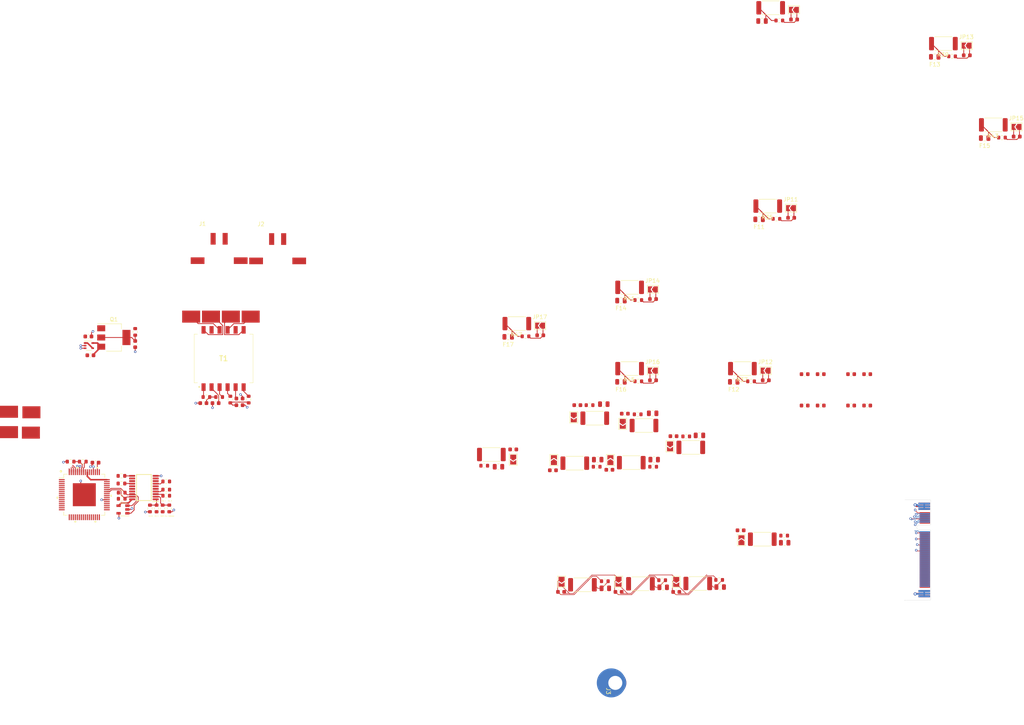
<source format=kicad_pcb>
(kicad_pcb (version 20211014) (generator pcbnew)
  (layers (0 "F.Cu" signal) (31 "B.Cu" signal) (34 "B.Paste" user) (35 "F.Paste" user) (36 "B.SilkS" user "B.Silkscreen") (37 "F.SilkS" user "F.Silkscreen") (38 "B.Mask" user) (39 "F.Mask" user) (44 "Edge.Cuts" user))
  (net 0 "")
  (net 1 "GND")
  (net 2 "Net-(C1-Pad2)")
  (net 3 "Net-(C2-Pad2)")
  (net 4 "/VREG")
  (net 5 "Net-(C4-Pad1)")
  (net 6 "Net-(C5-Pad1)")
  (net 7 "Net-(C6-Pad1)")
  (net 8 "Net-(C7-Pad1)")
  (net 9 "Net-(C8-Pad1)")
  (net 10 "/C16")
  (net 11 "/C15")
  (net 12 "/C18")
  (net 13 "/C17")
  (net 14 "/C14")
  (net 15 "/C13")
  (net 16 "/C12")
  (net 17 "/C11")
  (net 18 "/C10")
  (net 19 "/C9")
  (net 20 "/C8")
  (net 21 "/C7")
  (net 22 "/C6")
  (net 23 "/C5")
  (net 24 "/C4")
  (net 25 "/C3")
  (net 26 "/C2")
  (net 27 "/C1")
  (net 28 "/CELL16")
  (net 29 "Net-(F1-Pad2)")
  (net 30 "/CELL18")
  (net 31 "Net-(F2-Pad2)")
  (net 32 "/CELL17")
  (net 33 "Net-(F3-Pad2)")
  (net 34 "/CELL15")
  (net 35 "Net-(F4-Pad2)")
  (net 36 "/CELL14")
  (net 37 "Net-(F5-Pad2)")
  (net 38 "/CELL13")
  (net 39 "Net-(F6-Pad2)")
  (net 40 "/CELL12")
  (net 41 "Net-(F7-Pad2)")
  (net 42 "/CELL11")
  (net 43 "Net-(F8-Pad2)")
  (net 44 "/CELL10")
  (net 45 "Net-(F9-Pad2)")
  (net 46 "/CELL9")
  (net 47 "Net-(F10-Pad2)")
  (net 48 "/CELL8")
  (net 49 "Net-(F11-Pad2)")
  (net 50 "/CELL7")
  (net 51 "Net-(F12-Pad2)")
  (net 52 "/CELL6")
  (net 53 "Net-(F13-Pad2)")
  (net 54 "/CELL5")
  (net 55 "Net-(F14-Pad2)")
  (net 56 "/CELL4")
  (net 57 "Net-(F15-Pad2)")
  (net 58 "/CELL3")
  (net 59 "Net-(F16-Pad2)")
  (net 60 "/CELL2")
  (net 61 "Net-(F17-Pad2)")
  (net 62 "/CELL1")
  (net 63 "Net-(F18-Pad2)")
  (net 64 "/Main Mux to Thermistor Muxes/Address Jump0/ADDR_PIN")
  (net 65 "/Main Mux to Thermistor Muxes/Address Jump1/ADDR_PIN")
  (net 66 "Net-(IC1-Pad3)")
  (net 67 "Net-(IC1-Pad4)")
  (net 68 "/MUX1_SD")
  (net 69 "/MUX1_SC")
  (net 70 "Net-(IC1-Pad7)")
  (net 71 "/MUX2_SD")
  (net 72 "/MUX2_SC")
  (net 73 "Net-(IC1-Pad11)")
  (net 74 "/MUX3_SD")
  (net 75 "/MUX3_SC")
  (net 76 "Net-(IC1-Pad14)")
  (net 77 "/MUX4_SD")
  (net 78 "/MUX4_SC")
  (net 80 "/SCL")
  (net 81 "/SDA")
  (net 82 "/Main Mux to Thermistor Muxes/VREG")
  (net 83 "Net-(J1-Pad1)")
  (net 84 "Net-(J1-Pad2)")
  (net 85 "Net-(J2-Pad1)")
  (net 86 "Net-(J2-Pad2)")
  (net 94 "/MUX_OUT_4")
  (net 95 "/MUX_OUT_3")
  (net 96 "/MUX_OUT_2")
  (net 97 "/MUX_OUT_1")
  (net 119 "/Power_Board_M_2_Connection/VREG")
  (net 120 "/Power_Board_M_2_Connection/VREF2")
  (net 122 "/VDRIVE")
  (net 123 "Net-(R1-Pad2)")
  (net 124 "Net-(R2-Pad2)")
  (net 125 "/IPA")
  (net 126 "/IMA")
  (net 127 "/IPB")
  (net 128 "/IMB")
  (net 129 "/S16")
  (net 130 "/S18")
  (net 131 "/S17")
  (net 132 "/S15")
  (net 133 "/S14")
  (net 134 "/S13")
  (net 135 "/S12")
  (net 136 "/S11")
  (net 137 "/S10")
  (net 138 "/S9")
  (net 139 "/S8")
  (net 140 "/S7")
  (net 141 "/S6")
  (net 142 "/S5")
  (net 143 "/S4")
  (net 144 "/S3")
  (net 145 "/S2")
  (net 146 "/S1")
  (net 147 "/Main Mux to Thermistor Muxes/Address Jump1/VREG")
  (net 148 "/Main Mux to Thermistor Muxes/Address Jump0/VREG")
  (net 157 "/VREF2")
  (net 158 "/Main Mux to Thermistor Muxes/DA I2C Pull-Up Resistors4/VREG")
  (net 159 "/Main Mux to Thermistor Muxes/DA I2C Pull-Up Resistors1/VREG")
  (net 160 "/Main Mux to Thermistor Muxes/DA I2C Pull-Up Resistors2/VREG")
  (net 161 "/Main Mux to Thermistor Muxes/DA I2C Pull-Up Resistors3/VREG")
  (footprint "OEM:C_0603" (layer "F.Cu") (at 179.1667 56.5323 180)
    (fp_text reference "C24" hide)
    (fp_text value "C_10nF" hide)
  )
  (footprint "Package_TO_SOT_SMD:SOT-353_SC-70-5" (layer "F.Cu") (at 38.354 47.879)
    (fp_text reference "U2" hide)
    (fp_text value "MCP6001T-I-LT" hide)
  )
  (footprint "OEM:R_0603" (layer "F.Cu") (at 167.1345 106.68 180)
    (fp_text reference "R18" hide)
    (fp_text value "R_100" hide)
  )
  (footprint "OEM:C_0603" (layer "F.Cu") (at 40.005 77.089)
    (fp_text reference "C1" hide)
    (fp_text value "C_1uF" hide)
  )
  (footprint "footprints:Test_Point_SMD" (layer "F.Cu") (at 18.415 69.469)
    (fp_text reference "TP2" hide)
    (fp_text value "Test_Point_SMD" hide)
  )
  (footprint "Resistor_SMD:R_2512_6332Metric" (layer "F.Cu") (at 145.1747 42.3813)
    (fp_text reference "R47")
    (fp_text value "22R-1W" hide)
  )
  (footprint "footprints:SOT-23-5_OEM_24AA01" (layer "F.Cu") (at 46.863 88.773 180)
    (fp_text reference "U3" hide)
    (fp_text value "24AA01" hide)
  )
  (footprint "Resistor_SMD:R_2512_6332Metric" (layer "F.Cu") (at 251.6447 -27.5087)
    (fp_text reference "R39")
    (fp_text value "22R-1W" hide)
  )
  (footprint "Fuse:Fuse_0805_2012Metric" (layer "F.Cu") (at 143.0157 45.6833)
    (fp_text reference "F17")
    (fp_text value "200mA_Fuse" hide)
  )
  (footprint "Resistor_SMD:R_2512_6332Metric" (layer "F.Cu") (at 164.624375 65.986875 180)
    (fp_text reference "R27" hide)
    (fp_text value "22R-1W" hide)
  )
  (footprint "Resistor_SMD:R_2512_6332Metric" (layer "F.Cu") (at 201.4747 53.6113)
    (fp_text reference "R37")
    (fp_text value "22R-1W" hide)
  )
  (footprint "Fuse:Fuse_0805_2012Metric" (layer "F.Cu") (at 199.3157 56.9133)
    (fp_text reference "F12")
    (fp_text value "200mA_Fuse" hide)
  )
  (footprint "Fuse:Fuse_0805_2012Metric" (layer "F.Cu") (at 206.375 -33.147)
    (fp_text reference "F18" hide)
    (fp_text value "200mA_Fuse" hide)
  )
  (footprint "OEM:R_0603" (layer "F.Cu") (at 70.866 60.706)
    (fp_text reference "R5" hide)
    (fp_text value "R_60.4" hide)
  )
  (footprint "OEM:C_0603" (layer "F.Cu") (at 170.561 109.347)
    (fp_text reference "C11" hide)
    (fp_text value "C_10nF" hide)
  )
  (footprint "footprints:R_0603_1608Metric" (layer "F.Cu") (at 217.0137 54.9983)
    (fp_text reference "R61" hide)
    (fp_text value "R_15k" hide)
  )
  (footprint "OEM:R_0603" (layer "F.Cu") (at 57.658 85.344 180)
    (fp_text reference "R10" hide)
    (fp_text value "R_4.99K" hide)
  )
  (footprint "OEM:C_0603" (layer "F.Cu") (at 38.735 50.292)
    (fp_text reference "C3" hide)
    (fp_text value "C_1uF" hide)
  )
  (footprint "OEM:C_0603" (layer "F.Cu") (at 144.272 73.787 180)
    (fp_text reference "C16" hide)
    (fp_text value "C_10nF" hide)
  )
  (footprint "Jumper:SolderJumper-2_P1.3mm_Open_TrianglePad1.0x1.5mm" (layer "F.Cu") (at 171.6185 67.4 -90)
    (fp_text reference "JP6" hide)
    (fp_text value "SolderJumper_2_Open" hide)
  )
  (footprint "OEM:C_0603" (layer "F.Cu") (at 38.227 45.593 180)
    (fp_text reference "C2" hide)
    (fp_text value "C_1uF" hide)
  )
  (footprint "Resistor_SMD:R_2512_6332Metric" (layer "F.Cu") (at 176.02808 107.3176 180)
    (fp_text reference "R19" hide)
    (fp_text value "22R-1W" hide)
  )
  (footprint "Fuse:Fuse_0805_2012Metric" (layer "F.Cu") (at 212.0262 97.0788 180)
    (fp_text reference "F4" hide)
    (fp_text value "200mA_Fuse" hide)
  )
  (footprint "OEM:R_0603" (layer "F.Cu") (at 56.769 88.519 90)
    (fp_text reference "R51" hide)
    (fp_text value "R_4.99K" hide)
  )
  (footprint "footprints:HM2112ZNLT" (layer "F.Cu") (at 71.976 51.086)
    (fp_text reference "T1")
    (fp_text value "HM2112ZNLT" hide)
  )
  (footprint "footprints:LQFP-64-1EP_12x12_P0.5" (layer "F.Cu") (at 37.211 85.09)
    (fp_text reference "U1" hide)
    (fp_text value "ADBMS1818" hide)
  )
  (footprint "OEM:C_0603" (layer "F.Cu") (at 257.4867 -24.5877 180)
    (fp_text reference "C21" hide)
    (fp_text value "C_10nF" hide)
  )
  (footprint "OEM:C_0603" (layer "F.Cu") (at 269.9467 -4.3077 180)
    (fp_text reference "C23" hide)
    (fp_text value "C_10nF" hide)
  )
  (footprint "Jumper:SolderJumper-2_P1.3mm_Open_TrianglePad1.0x1.5mm" (layer "F.Cu") (at 168.529 76.454 90)
    (fp_text reference "JP10" hide)
    (fp_text value "SolderJumper_2_Open" hide)
  )
  (footprint "Fuse:Fuse_0805_2012Metric" (layer "F.Cu") (at 167.259 108.458 180)
    (fp_text reference "F2" hide)
    (fp_text value "200mA_Fuse" hide)
  )
  (footprint "OEM:C_0603" (layer "F.Cu") (at 154.178 78.994 180)
    (fp_text reference "C17" hide)
    (fp_text value "C_10nF" hide)
  )
  (footprint "OEM:R_0603" (layer "F.Cu") (at 33.782 76.835)
    (fp_text reference "R1" hide)
    (fp_text value "R_1K" hide)
  )
  (footprint "OEM:R_0603" (layer "F.Cu") (at 46.482 80.391)
    (fp_text reference "R12" hide)
    (fp_text value "R_4.99K" hide)
  )
  (footprint "OEM:R_0603" (layer "F.Cu") (at 78.232 61.341 90)
    (fp_text reference "R7" hide)
    (fp_text value "R_60.4" hide)
  )
  (footprint "OEM:R_0603" (layer "F.Cu") (at 266.2637 -4.0537)
    (fp_text reference "R44" hide)
    (fp_text value "R_100" hide)
  )
  (footprint "footprints:SOP65P640X110-20N" (layer "F.Cu") (at 52.087 83.308 180)
    (fp_text reference "IC1" hide)
    (fp_text value "PCA9545APW-118" hide)
  )
  (footprint "Jumper:SolderJumper-2_P1.3mm_Open_TrianglePad1.0x1.5mm" (layer "F.Cu") (at 179.1297 33.8393 180)
    (fp_text reference "JP14")
    (fp_text value "SolderJumper_2_Open" hide)
  )
  (footprint "Resistor_SMD:R_2512_6332Metric" (layer "F.Cu") (at 138.811 75.057 180)
    (fp_text reference "R29" hide)
    (fp_text value "22R-1W" hide)
  )
  (footprint "OEM:R_0603" (layer "F.Cu") (at 137.033 77.851 180)
    (fp_text reference "R30" hide)
    (fp_text value "R_100" hide)
  )
  (footprint "Fuse:Fuse_0805_2012Metric" (layer "F.Cu") (at 165.354 76.327 180)
    (fp_text reference "F9" hide)
    (fp_text value "200mA_Fuse" hide)
  )
  (footprint "OEM:C_0603" (layer "F.Cu") (at 156.21 109.347)
    (fp_text reference "C10" hide)
    (fp_text value "C_10nF" hide)
  )
  (footprint "Resistor_SMD:R_2512_6332Metric" (layer "F.Cu") (at 188.595 73.279 180)
    (fp_text reference "R23" hide)
    (fp_text value "22R-1W" hide)
  )
  (footprint "footprints:Test_Point_SMD" (layer "F.Cu") (at 18.415 64.389)
    (fp_text reference "TP1" hide)
    (fp_text value "Test_Point_SMD" hide)
  )
  (footprint "OEM:R_0603" (layer "F.Cu") (at 58.42 88.519 -90)
    (fp_text reference "R52" hide)
    (fp_text value "R_4.99K" hide)
  )
  (footprint "Fuse:Fuse_0805_2012Metric" (layer "F.Cu") (at 179.451 76.327 180)
    (fp_text reference "F10" hide)
    (fp_text value "200mA_Fuse" hide)
  )
  (footprint "Resistor_SMD:R_2512_6332Metric" (layer "F.Cu") (at 206.4382 96.1898 180)
    (fp_text reference "R21" hide)
    (fp_text value "22R-1W" hide)
  )
  (footprint "OEM:C_0603" (layer "F.Cu") (at 201.028 93.98)
    (fp_text reference "C12" hide)
    (fp_text value "C_10nF" hide)
  )
  (footprint "Jumper:SolderJumper-2_P1.3mm_Open_TrianglePad1.0x1.5mm" (layer "F.Cu") (at 207.2797 54.1193 180)
    (fp_text reference "JP12")
    (fp_text value "SolderJumper_2_Open" hide)
  )
  (footprint "OEM:R_0603" (layer "F.Cu") (at 73.66 61.341 -90)
    (fp_text reference "R6" hide)
    (fp_text value "R_60.4" hide)
  )
  (footprint "footprints:R_0603_1608Metric" (layer "F.Cu") (at 221.0237 62.8283)
    (fp_text reference "R58" hide)
    (fp_text value "R_15k" hide)
  )
  (footprint "footprints:MicroFit_RA_2_SMD" (layer "F.Cu") (at 85.471 24.003)
    (fp_text reference "J2")
    (fp_text value "MicroFit_RA_V_2_SMD" hide)
  )
  (footprint "OEM:R_0603" (layer "F.Cu") (at 209.9637 16.2263)
    (fp_text reference "R36" hide)
    (fp_text value "R_100" hide)
  )
  (footprint "Resistor_SMD:R_2512_6332Metric" (layer "F.Cu") (at 173.3247 53.6113)
    (fp_text reference "R45")
    (fp_text value "22R-1W" hide)
  )
  (footprint "Jumper:SolderJumper-2_P1.3mm_Open_TrianglePad1.0x1.5mm" (layer "F.Cu") (at 183.4205 73.025 -90)
    (fp_text reference "JP5" hide)
    (fp_text value "SolderJumper_2_Open" hide)
  )
  (footprint "Jumper:SolderJumper-2_P1.3mm_Open_TrianglePad1.0x1.5mm" (layer "F.Cu") (at 269.9097 -6.7207 180)
    (fp_text reference "JP15")
    (fp_text value "SolderJumper_2_Open" hide)
  )
  (footprint "Jumper:SolderJumper-2_P1.3mm_Open_TrianglePad1.0x1.5mm" (layer "F.Cu") (at 257.4497 -27.0007 180)
    (fp_text reference "JP13")
    (fp_text value "SolderJumper_2_Open" hide)
  )
  (footprint "footprints:Test_Point_SMD" (layer "F.Cu") (at 73.787 40.64)
    (fp_text reference "TP8" hide)
    (fp_text value "Test_Point_SMD" hide)
  )
  (footprint "Fuse:Fuse_0805_2012Metric" (layer "F.Cu") (at 181.70158 108.2066 180)
    (fp_text reference "F3" hide)
    (fp_text value "200mA_Fuse" hide)
  )
  (footprint "Resistor_SMD:R_2512_6332Metric" (layer "F.Cu") (at 190.3383 107.2478 180)
    (fp_text reference "R15" hide)
    (fp_text value "22R-1W" hide)
  )
  (footprint "footprints:Test_Point_SMD" (layer "F.Cu") (at 78.74 40.64)
    (fp_text reference "TP7" hide)
    (fp_text value "Test_Point_SMD" hide)
  )
  (footprint "Jumper:SolderJumper-2_P1.3mm_Open_TrianglePad1.0x1.5mm" (layer "F.Cu") (at 214.339 -35.941 180)
    (fp_text reference "JP18" hide)
    (fp_text value "SolderJumper_2_Open" hide)
  )
  (footprint "footprints:SOT-223" (layer "F.Cu") (at 44.577 45.847)
    (fp_text reference "Q1")
    (fp_text value "NSS1C201MZ4" hide)
  )
  (footprint "Fuse:Fuse_0805_2012Metric" (layer "F.Cu") (at 249.4857 -24.2067)
    (fp_text reference "F13")
    (fp_text value "200mA_Fuse" hide)
  )
  (footprint "Fuse:Fuse_0805_2012Metric" (layer "F.Cu") (at 190.754 70.284125 180)
    (fp_text reference "F5" hide)
    (fp_text value "200mA_Fuse" hide)
  )
  (footprint "Jumper:SolderJumper-2_P1.3mm_Open_TrianglePad1.0x1.5mm" (layer "F.Cu") (at 179.1297 54.1193 180)
    (fp_text reference "JP16")
    (fp_text value "SolderJumper_2_Open" hide)
  )
  (footprint "footprints:R_0603_1608Metric" (layer "F.Cu") (at 228.6137 62.8283)
    (fp_text reference "R55" hide)
    (fp_text value "R_15k" hide)
  )
  (footprint "Fuse:Fuse_0805_2012Metric" (layer "F.Cu") (at 195.9263 108.1368 180)
    (fp_text reference "F1" hide)
    (fp_text value "200mA_Fuse" hide)
  )
  (footprint "OEM:R_0603" (layer "F.Cu") (at 187.452 70.538125 180)
    (fp_text reference "R24" hide)
    (fp_text value "R_100" hide)
  )
  (footprint "Fuse:Fuse_0805_2012Metric" (layer "F.Cu") (at 171.1657 36.6333)
    (fp_text reference "F14")
    (fp_text value "200mA_Fuse" hide)
  )
  (footprint "footprints:R_0603_1608Metric" (layer "F.Cu") (at 232.6237 62.8283)
    (fp_text reference "R56" hide)
    (fp_text value "R_15k" hide)
  )
  (footprint "Jumper:SolderJumper-2_P1.3mm_Open_TrianglePad1.0x1.5mm" (layer "F.Cu") (at 170.561 106.807 -90)
    (fp_text reference "JP3" hide)
    (fp_text value "SolderJumper_2_Open" hide)
  )
  (footprint "OEM:C_0603" (layer "F.Cu") (at 213.6467 15.9723 180)
    (fp_text reference "C19" hide)
    (fp_text value "C_10nF" hide)
  )
  (footprint "footprints:R_0603_1608Metric" (layer "F.Cu") (at 228.6137 54.9983)
    (fp_text reference "R59" hide)
    (fp_text value "R_15k" hide)
  )
  (footprint "Resistor_SMD:R_2512_6332Metric" (layer "F.Cu") (at 176.911 67.818 180)
    (fp_text reference "R25" hide)
    (fp_text value "22R-1W" hide)
  )
  (footprint "OEM:R_0603" (layer "F.Cu") (at 57.658 83.82 180)
    (fp_text reference "R9" hide)
    (fp_text value "R_4.99K" hide)
  )
  (footprint "OEM:R_0603" (layer "F.Cu") (at 57.658 81.788 180)
    (fp_text reference "R8" hide)
    (fp_text value "R_4.99K" hide)
  )
  (footprint "OEM:R_0603" (layer "F.Cu") (at 53.594 88.519 -90)
    (fp_text reference "R54" hide)
    (fp_text value "R_4.99K" hide)
  )
  (footprint "footprints:R_0603_1608Metric" (layer "F.Cu") (at 232.6237 54.9983)
    (fp_text reference "R60" hide)
    (fp_text value "R_15k" hide)
  )
  (footprint "OEM:R_0603" (layer "F.Cu") (at 211.8992 95.3008 180)
    (fp_text reference "R22" hide)
    (fp_text value "R_100" hide)
  )
  (footprint "footprints:R_0603_1608Metric" (layer "F.Cu") (at 221.0237 54.9983)
    (fp_text reference "R62" hide)
    (fp_text value "R_15k" hide)
  )
  (footprint "OEM:R_0603" (layer "F.Cu") (at 46.546 86.106)
    (fp_text reference "R13" hide)
    (fp_text value "R_4.99K" hide)
  )
  (footprint "OEM:C_0603" (layer "F.Cu") (at 75.946 61.087)
    (fp_text reference "C8" hide)
    (fp_text value "C_10nF" hide)
  )
  (footprint "Jumper:SolderJumper-2_P1.3mm_Open_TrianglePad1.0x1.5mm" (layer "F.Cu") (at 213.6097 13.5593 180)
    (fp_text reference "JP11")
    (fp_text value "SolderJumper_2_Open" hide)
  )
  (footprint "Resistor_SMD:R_2512_6332Metric" (layer "F.Cu") (at 264.1047 -7.2287)
    (fp_text reference "R43")
    (fp_text value "22R-1W" hide)
  )
  (footprint "Jumper:SolderJumper-2_P1.3mm_Open_TrianglePad1.0x1.5mm" (layer "F.Cu") (at 150.9797 42.8893 180)
    (fp_text reference "JP17")
    (fp_text value "SolderJumper_2_Open" hide)
  )
  (footprint "Jumper:SolderJumper-2_P1.3mm_Open_TrianglePad1.0x1.5mm" (layer "F.Cu") (at 144.272 76.327 -90)
    (fp_text reference "JP8" hide)
    (fp_text value "SolderJumper_2_Open" hide)
  )
  (footprint "OEM:C_0603" (layer "F.Cu") (at 214.376 -33.528 180)
    (fp_text reference "C26" hide)
    (fp_text value "C_10nF" hide)
  )
  (footprint "OEM:R_0603" (layer "F.Cu") (at 36.83 76.835)
    (fp_text reference "R2" hide)
    (fp_text value "R_1K" hide)
  )
  (footprint "Fuse:Fuse_0805_2012Metric" (layer "F.Cu") (at 166.878 62.484 180)
    (fp_text reference "F7" hide)
    (fp_text value "200mA_Fuse" hide)
  )
  (footprint "OEM:R_0603" (layer "F.Cu") (at 195.6723 106.3588 180)
    (fp_text reference "R16" hide)
    (fp_text value "R_100" hide)
  )
  (footprint "Jumper:SolderJumper-2_P1.3mm_Open_TrianglePad1.0x1.5mm" (layer "F.Cu") (at 159.385 65.786 -90)
    (fp_text reference "JP7" hide)
    (fp_text value "SolderJumper_2_Open" hide)
  )
  (footprint "OEM:R_0603" (layer "F.Cu") (at 175.4837 36.5063)
    (fp_text reference "R42" hide)
    (fp_text value "R_100" hide)
  )
  (footprint "OEM:R_0603" (layer "F.Cu") (at 181.44758 106.4286 180)
    (fp_text reference "R20" hide)
    (fp_text value "R_100" hide)
  )
  (footprint "Fuse:Fuse_0805_2012Metric" (layer "F.Cu") (at 179.07 64.77 180)
    (fp_text reference "F6" hide)
    (fp_text value "200mA_Fuse" hide)
  )
  (footprint "Jumper:SolderJumper-2_P1.3mm_Open_TrianglePad1.0x1.5mm" (layer "F.Cu") (at 201.2312 96.4438 90)
    (fp_text reference "JP4" hide)
    (fp_text value "SolderJumper_2_Open" hide)
  )
  (footprint "OEM:R_0603" (layer "F.Cu") (at 175.334 65.024 180)
    (fp_text reference "R26" hide)
    (fp_text value "R_100" hide)
  )
  (footprint "Fuse:Fuse_0805_2012Metric" (layer "F.Cu") (at 171.1657 56.9133)
    (fp_text reference "F16")
    (fp_text value "200mA_Fuse" hide)
  )
  (footprint "Resistor_SMD:R_2512_6332Metric" (layer "F.Cu") (at 173.736 77.089 180)
    (fp_text reference "R33" hide)
    (fp_text value "22R-1W" hide)
  )
  (footprint "OEM:C_0603" (layer "F.Cu") (at 69.977 62.23 180)
    (fp_text reference "C7" hide)
    (fp_text value "C_10nF" hide)
  )
  (footprint "OEM:C_0603" (layer "F.Cu") (at 184.9628 109.3608)
    (fp_text reference "C9" hide)
    (fp_text value "C_10nF" hide)
  )
  (footprint "OEM:C_0603" (layer "F.Cu") (at 172.1265 64.86)
    (fp_text reference "C14" hide)
    (fp_text value "C_10nF" hide)
  )
  (footprint "Resistor_SMD:R_2512_6332Metric" (layer "F.Cu") (at 161.5465 107.569 180)
    (fp_text reference "R17" hide)
    (fp_text value "22R-1W" hide)
  )
  (footprint "Fuse:Fuse_0805_2012Metric" (layer "F.Cu") (at 140.589 78.105 180)
    (fp_text reference "F8" hide)
    (fp_text value "200mA_Fuse" hide)
  )
  (footprint "Resistor_SMD:R_2512_6332Metric" (layer "F.Cu") (at 173.3247 33.3313)
    (fp_text reference "R41")
    (fp_text value "22R-1W" hide)
  )
  (footprint "Resistor_SMD:R_2512_6332Metric" (layer "F.Cu") (at 208.534 -36.449)
    (fp_text reference "R49" hide)
    (fp_text value "22R-1W" hide)
  )
  (footprint "Fuse:Fuse_0805_2012Metric" (layer "F.Cu") (at 261.9457 -3.9267)
    (fp_text reference "F15")
    (fp_text value "200mA_Fuse" hide)
  )
  (footprint "footprints:Automotive_M.2_Edge_Connector" (layer "F.Cu") (at 248.515 98.881 -90)
    (fp_text reference "J3")
    (fp_text value "Automotive_M.2_Edge_Connector" hide)
    (fp_line (start -12.55 0.2) (end -12.35 0) (layer "Edge.Cuts") (width 0.05))
    (fp_line (start -5.025 2.9) (end -5.025 0.2) (layer "Edge.Cuts") (width 0.05))
    (fp_line (start -12.55 0.2) (end -12.55 6.5) (layer "Edge.Cuts") (width 0.05))
    (fp_line (start -6.225 0.2) (end -6.425 0) (layer "Edge.Cuts") (width 0.05))
    (fp_line (start -12.35 0) (end -6.425 0) (layer "Edge.Cuts") (width 0.05))
    (fp_line (start -4.825 0) (end 12.35 0) (layer "Edge.Cuts") (width 0.05))
    (fp_line (start 12.55 0.2) (end 12.35 0) (layer "Edge.Cuts") (width 0.05))
    (fp_line (start -5.025 0.2) (end -4.825 0) (layer "Edge.Cuts") (width 0.05))
    (fp_line (start -6.225 2.9) (end -6.225 0.2) (layer "Edge.Cuts") (width 0.05))
    (fp_line (start 12.55 0.2) (end 12.55 6.5) (layer "Edge.Cuts") (width 0.05))
    (fp_arc (start -5.025 2.9) (mid -5.625 3.5) (end -6.225 2.9) (layer "Edge.Cuts") (width 0.05))
  )
  (footprint "footprints:R_0603_1608Metric" (layer "F.Cu") (at 217.0137 62.8283)
    (fp_text reference "R57" hide)
    (fp_text value "R_15k" hide)
  )
  (footprint "Resistor_SMD:R_2512_6332Metric" (layer "F.Cu") (at 207.8047 13.0513)
    (fp_text reference "R35")
    (fp_text value "22R-1W" hide)
  )
  (footprint "footprints:Test_Point_SMD" (layer "F.Cu") (at 63.881 40.64)
    (fp_text reference "TP6" hide)
    (fp_text value "Test_Point_SMD" hide)
  )
  (footprint "OEM:R_0603" (layer "F.Cu") (at 253.8037 -24.3337)
    (fp_text reference "R40" hide)
    (fp_text value "R_100" hide)
  )
  (footprint "OEM:C_0603" (layer "F.Cu") (at 168.275 78.867 180)
    (fp_text reference "C18" hide)
    (fp_text value "C_10nF" hide)
  )
  (footprint "OEM:R_0603" (layer "F.Cu") (at 175.4837 56.7863)
    (fp_text reference "R46" hide)
    (fp_text value "R_100" hide)
  )
  (footprint "OEM:R_0603" (layer "F.Cu") (at 163.322 62.738 180)
    (fp_text reference "R28" hide)
    (fp_text value "R_100" hide)
  )
  (footprint "OEM:R_0603" (layer "F.Cu") (at 147.3337 45.5563)
    (fp_text reference "R48" hide)
    (fp_text value "R_100" hide)
  )
  (footprint "footprints:Test_Point_SMD" (layer "F.Cu") (at 68.834 40.64)
    (fp_text reference "TP5" hide)
    (fp_text value "Test_Point_SMD" hide)
  )
  (footprint "footprints:MicroFit_RA_2_SMD" (layer "F.Cu") (at 70.866 23.9395)
    (fp_text reference "J1")
    (fp_text value "MicroFit_RA_V_2_SMD")
  )
  (footprint "Jumper:SolderJumper-2_P1.3mm_Open_TrianglePad1.0x1.5mm" (layer "F.Cu") (at 184.9628 106.8578 -90)
    (fp_text reference "JP1" hide)
    (fp_text value "SolderJumper_2_Open" hide)
  )
  (footprint "footprints:Test_Point_SMD" (layer "F.Cu") (at 23.876 69.596)
    (fp_text reference "TP4" hide)
    (fp_text value "Test_Point_SMD" hide)
  )
  (footprint "OEM:C_0603" (layer "F.Cu") (at 66.929 62.23 180)
    (fp_text reference "C5" hide)
    (fp_text value "C_10nF" hide)
  )
  (footprint "OEM:C_0603" (layer "F.Cu") (at 207.3167 56.5323 180)
    (fp_text reference "C20" hide)
    (fp_text value "C_10nF" hide)
  )
  (footprint "OEM:R_0603" (layer "F.Cu") (at 46.482 82.296)
    (fp_text reference "R11" hide)
    (fp_text value "R_4.99K" hide)
  )
  (footprint "OEM:C_0603" (layer "F.Cu") (at 49.911 47.498 -90)
    (fp_text reference "C4" hide)
    (fp_text value "C_0.1uF" hide)
  )
  (footprint "OEM:R_0603" (layer "F.Cu") (at 203.6337 56.7863)
    (fp_text reference "R38" hide)
    (fp_text value "R_100" hide)
  )
  (footprint "Jumper:SolderJumper-2_P1.3mm_Open_TrianglePad1.0x1.5mm" (layer "F.Cu") (at 154.432 76.454 90)
    (fp_text reference "JP9" hide)
    (fp_text value "SolderJumper_2_Open" hide)
  )
  (footprint "Jumper:SolderJumper-2_P1.3mm_Open_TrianglePad1.0x1.5mm" (layer "F.Cu") (at 156.337 106.807 -90)
    (fp_text reference "JP2" hide)
    (fp_text value "SolderJumper_2_Open" hide)
  )
  (footprint "OEM:C_0603" (layer "F.Cu") (at 151.0167 45.3023 180)
    (fp_text reference "C25" hide)
    (fp_text value "C_10nF" hide)
  )
  (footprint "OEM:R_0603" (layer "F.Cu") (at 55.245 88.519 90)
    (fp_text reference "R53" hide)
    (fp_text value "R_4.99K" hide)
  )
  (footprint "OEM:C_0603" (layer "F.Cu") (at 184.277 70.485)
    (fp_text reference "C13" hide)
    (fp_text value "C_10nF" hide)
  )
  (footprint "OEM:M.2_Mount" (layer "F.Cu") (at 169.767001 132.061999 -90)
    (fp_text reference "H1" hide)
    (fp_text value "M.2_MountingHole" hide)
  )
  (footprint "OEM:R_0603" (layer "F.Cu") (at 210.693 -33.274)
    (fp_text reference "R50" hide)
    (fp_text value "R_100" hide)
  )
  (footprint "footprints:Test_Point_SMD" (layer "F.Cu") (at 24.003 64.516)
    (fp_text reference "TP3" hide)
    (fp_text value "Test_Point_SMD" hide)
  )
  (footprint "OEM:R_0603" (layer "F.Cu") (at 67.691 60.706)
    (fp_text reference "R4" hide)
    (fp_text value "R_60.4" hide)
  )
  (footprint "OEM:C_0603" (layer "F.Cu") (at 75.946 62.738)
    (fp_text reference "C6" hide)
    (fp_text value "C_10nF" hide)
  )
  (footprint "Fuse:Fuse_0805_2012Metric" (layer "F.Cu") (at 205.6457 16.3533)
    (fp_text reference "F11")
    (fp_text value "200mA_Fuse" hide)
  )
  (footprint "OEM:R_0603" (layer "F.Cu") (at 165.1 78.105 180)
    (fp_text reference "R32" hide)
    (fp_text value "R_100" hide)
  )
  (footprint "Resistor_SMD:R_2512_6332Metric" (layer "F.Cu") (at 159.639 77.216 180)
    (fp_text reference "R31" hide)
    (fp_text value "22R-1W" hide)
  )
  (footprint "OEM:C_0603" (layer "F.Cu") (at 160.274 62.738 180)
    (fp_text reference "C15" hide)
    (fp_text value "C_10nF" hide)
  )
  (footprint "OEM:C_0603" (layer "F.Cu") (at 179.1667 36.2523 180)
    (fp_text reference "C22" hide)
    (fp_text value "C_10nF" hide)
  )
  (footprint "OEM:R_0603" (layer "F.Cu") (at 179.197 78.105 180)
    (fp_text reference "R34" hide)
    (fp_text value "R_100" hide)
  )
  (footprint "OEM:R_0603" (layer "F.Cu") (at 46.546 84.582)
    (fp_text reference "R14" hide)
    (fp_text value "R_4.99K" hide)
  )
  (footprint "OEM:R_0603" (layer "F.Cu") (at 49.911 44.45 -90)
    (fp_text reference "R3" hide)
    (fp_text value "R_100" hide)
  )
  (gr_line (start 242.015 111.506) (end 242.015 111.431) (layer "Edge.Cuts") (width 0.1))
  (gr_text "A1: 1" (at 55.245 90.424) (layer "F.SilkS") (effects (font (size 0.254 0.254) (thickness 0.0508))))
  (gr_text "Main Mux Address" (at 57.912 90.424) (layer "F.SilkS") (effects (font (size 0.254 0.254) (thickness 0.0508) italic)))
  (gr_text "A0: 0" (at 58.547 86.614) (layer "F.SilkS") (effects (font (size 0.254 0.254) (thickness 0.0508))))
  (gr_text "A0: 1" (at 57.023 86.614) (layer "F.SilkS") (effects (font (size 0.254 0.254) (thickness 0.0508))))
  (gr_text "A1: 0" (at 53.721 90.424) (layer "F.SilkS") (effects (font (size 0.254 0.254) (thickness 0.0508))))
  (segment (start 42.081504 86.36) (end 42.101504 86.34) (width 0.2) (layer "F.Cu") (net 1))
  (segment (start 45.847 90.932) (end 45.847 89.807) (width 0.2) (layer "F.Cu") (net 1))
  (segment (start 36.337 48.529) (end 36.322 48.514) (width 0.2) (layer "F.Cu") (net 1))
  (segment (start 48.8487 88.773) (end 49.1027 88.519) (width 0.2) (layer "F.Cu") (net 1))
  (segment (start 49.911 48.273) (end 49.911 49.403) (width 0.2) (layer "F.Cu") (net 1))
  (segment (start 243.531 91.131) (end 243.459 91.059) (width 0.15) (layer "F.Cu") (net 1))
  (segment (start 55.025 80.383) (end 56.38 80.383) (width 0.2) (layer "F.Cu") (net 1))
  (segment (start 32.004 76.962) (end 32.131 76.835) (width 0.2) (layer "F.Cu") (net 1))
  (segment (start 244.872 94.631) (end 247.015 94.631) (width 0.15) (layer "F.Cu") (net 1))
  (segment (start 32.131 76.835) (end 32.957 76.835) (width 0.2) (layer "F.Cu") (net 1))
  (segment (start 76.721 60.592) (end 76.2 60.071) (width 0.2) (layer "F.Cu") (net 1))
  (segment (start 213.614 -33.541) (end 213.601 -33.528) (width 0.2) (layer "F.Cu") (net 1))
  (segment (start 69.215 63.373) (end 69.215 62.243) (width 0.2) (layer "F.Cu") (net 1))
  (segment (start 36.1487 77.978) (end 35.961 78.1657) (width 0.2) (layer "F.Cu") (net 1))
  (segment (start 52.451 89.408) (end 52.515 89.344) (width 0.2) (layer "F.Cu") (net 1))
  (segment (start 59.119 89.344) (end 59.563 88.9) (width 0.2) (layer "F.Cu") (net 1))
  (segment (start 47.963 88.773) (end 48.8487 88.773) (width 0.2) (layer "F.Cu") (net 1))
  (segment (start 76.721 61.087) (end 76.721 60.592) (width 0.2) (layer "F.Cu") (net 1))
  (segment (start 39.497 78.105) (end 39.461001 78.140999) (width 0.2) (layer "F.Cu") (net 1))
  (segment (start 247.015 91.131) (end 243.531 91.131) (width 0.15) (layer "F.Cu") (net 1))
  (segment (start 45.847 89.807) (end 45.763 89.723) (width 0.2) (layer "F.Cu") (net 1))
  (segment (start 245.054 99.131) (end 244.856 98.933) (width 0.15) (layer "F.Cu") (net 1))
  (segment (start 39.002 45.593) (end 39.002 44.691) (width 0.2) (layer "F.Cu") (net 1))
  (segment (start 39.23 77.089) (end 39.23 77.61) (width 0.2) (layer "F.Cu") (net 1))
  (segment (start 244.864 96.131) (end 247.015 96.131) (width 0.15) (layer "F.Cu") (net 1))
  (segment (start 52.515 89.344) (end 53.594 89.344) (width 0.2) (layer "F.Cu") (net 1))
  (segment (start 247.015 99.131) (end 245.054 99.131) (width 0.15) (layer "F.Cu") (net 1))
  (segment (start 244.856 96.139) (end 244.864 96.131) (width 0.15) (layer "F.Cu") (net 1))
  (segment (start 77.343 62.738) (end 76.721 62.738) (width 0.2) (layer "F.Cu") (net 1))
  (segment (start 247.015 97.631) (end 245.205 97.631) (width 0.15) (layer "F.Cu") (net 1))
  (segment (start 213.614 -35.941) (end 213.614 -33.541) (width 0.2) (layer "F.Cu") (net 1))
  (segment (start 245.205 97.631) (end 245.11 97.536) (width 0.15) (layer "F.Cu") (net 1))
  (segment (start 58.42 89.344) (end 59.119 89.344) (width 0.2) (layer "F.Cu") (net 1))
  (segment (start 244.602 88.9) (end 244.602 88.990128) (width 0.15) (layer "F.Cu") (net 1))
  (segment (start 66.154 62.23) (end 65.024 62.23) (width 0.2) (layer "F.Cu") (net 1))
  (segment (start 244.602 88.990128) (end 245.242873 89.631001) (width 0.15) (layer "F.Cu") (net 1))
  (segment (start 37.404 48.529) (end 36.337 48.529) (width 0.2) (layer "F.Cu") (net 1))
  (segment (start 42.101504 86.34) (end 42.835998 86.34) (width 0.2) (layer "F.Cu") (net 1))
  (segment (start 41.529 86.36) (end 42.081504 86.36) (width 0.2) (layer "F.Cu") (net 1))
  (segment (start 244.856 94.615) (end 244.872 94.631) (width 0.15) (layer "F.Cu") (net 1))
  (segment (start 35.961 78.1657) (end 35.961 79.465002) (width 0.2) (layer "F.Cu") (net 1))
  (segment (start 35.433 77.978) (end 35.461001 78.006001) (width 0.2) (layer "F.Cu") (net 1))
  (segment (start 37.404 47.879) (end 36.322 47.879) (width 0.2) (layer "F.Cu") (net 1))
  (segment (start 37.211 85.09) (end 36.322 84.201) (width 0.2) (layer "F.Cu") (net 1))
  (segment (start 56.38 80.383) (end 56.388 80.391) (width 0.2) (layer "F.Cu") (net 1))
  (segment (start 35.461001 78.006001) (end 35.461001 79.465002) (width 0.2) (layer "F.Cu") (net 1))
  (segment (start 39.002 44.691) (end 39.37 44.323) (width 0.2) (layer "F.Cu") (net 1))
  (segment (start 36.322 84.201) (end 36.322 81.661) (width 0.2) (layer "F.Cu") (net 1))
  (segment (start 39.461001 78.140999) (end 39.461001 79.465002) (width 0.2) (layer "F.Cu") (net 1))
  (segment (start 245.242873 89.631001) (end 247.015 89.631001) (width 0.15) (layer "F.Cu") (net 1))
  (segment (start 39.23 77.61) (end 38.735 78.105) (width 0.2) (layer "F.Cu") (net 1))
  (segment (start 77.851 63.246) (end 77.343 62.738) (width 0.2) (layer "F.Cu") (net 1))
  (segment (start 69.215 62.243) (end 69.202 62.23) (width 0.2) (layer "F.Cu") (net 1))
  (via (at 36.322 48.514) (size 0.6096) (drill 0.3048) (layers "F.Cu" "B.Cu") (net 1))
  (via (at 56.388 80.391) (size 0.6096) (drill 0.3048) (layers "F.Cu" "B.Cu") (net 1))
  (via (at 39.497 78.105) (size 0.6096) (drill 0.3048) (layers "F.Cu" "B.Cu") (net 1))
  (via (at 244.602 88.9) (size 0.6096) (drill 0.3048) (layers "F.Cu" "B.Cu") (net 1))
  (via (at 244.856 96.139) (size 0.6096) (drill 0.3048) (layers "F.Cu" "B.Cu") (net 1))
  (via (at 38.735 78.105) (size 0.6096) (drill 0.3048) (layers "F.Cu" "B.Cu") (net 1))
  (via (at 245.11 97.536) (size 0.6096) (drill 0.3048) (layers "F.Cu" "B.Cu") (net 1))
  (via (at 65.024 62.23) (size 0.6096) (drill 0.3048) (layers "F.Cu" "B.Cu") (net 1))
  (via (at 52.451 89.408) (size 0.6096) (drill 0.3048) (layers "F.Cu" "B.Cu") (net 1))
  (via (at 39.37 44.323) (size 0.6096) (drill 0.3048) (layers "F.Cu" "B.Cu") (net 1))
  (via (at 69.215 63.373) (size 0.6096) (drill 0.3048) (layers "F.Cu" "B.Cu") (net 1))
  (via (at 32.004 76.962) (size 0.6096) (drill 0.3048) (layers "F.Cu" "B.Cu") (net 1))
  (via (at 36.322 81.661) (size 0.6096) (drill 0.3048) (layers "F.Cu" "B.Cu") (net 1))
  (via (at 49.1027 88.519) (size 0.6096) (drill 0.3048) (layers "F.Cu" "B.Cu") (net 1))
  (via (at 244.856 94.615) (size 0.6096) (drill 0.3048) (layers "F.Cu" "B.Cu") (net 1))
  (via (at 49.911 49.403) (size 0.6096) (drill 0.3048) (layers "F.Cu" "B.Cu") (net 1))
  (via (at 45.847 90.932) (size 0.6096) (drill 0.3048) (layers "F.Cu" "B.Cu") (net 1))
  (via (at 243.459 91.059) (size 0.6096) (drill 0.3048) (layers "F.Cu" "B.Cu") (net 1))
  (via (at 36.322 47.879) (size 0.6096) (drill 0.3048) (layers "F.Cu" "B.Cu") (net 1))
  (via (at 41.529 86.36) (size 0.6096) (drill 0.3048) (layers "F.Cu" "B.Cu") (net 1))
  (via (at 244.856 98.933) (size 0.6096) (drill 0.3048) (layers "F.Cu" "B.Cu") (net 1))
  (via (at 59.563 88.9) (size 0.6096) (drill 0.3048) (layers "F.Cu" "B.Cu") (net 1))
  (via (at 36.1487 77.978) (size 0.6096) (drill 0.3048) (layers "F.Cu" "B.Cu") (net 1))
  (via (at 35.433 77.978) (size 0.6096) (drill 0.3048) (layers "F.Cu" "B.Cu") (net 1))
  (via (at 76.2 60.071) (size 0.6096) (drill 0.3048) (layers "F.Cu" "B.Cu") (net 1))
  (via (at 77.851 63.246) (size 0.6096) (drill 0.3048) (layers "F.Cu" "B.Cu") (net 1))
  (segment (start 245.291 94.107) (end 244.475 94.107) (width 0.15) (layer "B.Cu") (net 1))
  (segment (start 245.565 94.381) (end 245.291 94.107) (width 0.15) (layer "B.Cu") (net 1))
  (segment (start 247.015 90.881) (end 244.937515 90.881) (width 0.15) (layer "B.Cu") (net 1))
  (segment (start 244.632515 91.186) (end 243.967 91.186) (width 0.15) (layer "B.Cu") (net 1))
  (segment (start 244.937515 90.881) (end 244.632515 91.186) (width 0.15) (layer "B.Cu") (net 1))
  (segment (start 247.015 94.381) (end 245.565 94.381) (width 0.15) (layer "B.Cu") (net 1))
  (segment (start 243.967 91.186) (end 243.713 91.44) (width 0.15) (layer "B.Cu") (net 1))
  (segment (start 40.78 77.089) (end 40.461001 77.407999) (width 0.2) (layer "F.Cu") (net 2))
  (segment (start 40.461001 77.407999) (end 40.461001 79.465002) (width 0.2) (layer "F.Cu") (net 2))
  (segment (start 39.304 47.229) (end 40.509 47.229) (width 0.381) (layer "F.Cu") (net 4))
  (segment (start 38.790199 81.34) (end 42.835998 81.34) (width 0.381) (layer "F.Cu") (net 4))
  (segment (start 40.509 47.229) (end 41.427 48.147) (width 0.381) (layer "F.Cu") (net 4))
  (segment (start 39.51 50.064) (end 41.427 48.147) (width 0.381) (layer "F.Cu") (net 4))
  (segment (start 39.51 50.292) (end 39.51 50.064) (width 0.381) (layer "F.Cu") (net 4))
  (segment (start 37.961001 79.465002) (end 37.961001 80.510802) (width 0.381) (layer "F.Cu") (net 4))
  (segment (start 37.961001 80.510802) (end 38.790199 81.34) (width 0.381) (layer "F.Cu") (net 4))
  (segment (start 49.035 45.847) (end 47.727 45.847) (width 0.2) (layer "F.Cu") (net 5))
  (segment (start 49.911 46.723) (end 49.911 45.275) (width 0.2) (layer "F.Cu") (net 5))
  (segment (start 41.427 45.847) (end 47.727 45.847) (width 0.2) (layer "F.Cu") (net 5))
  (segment (start 49.911 46.723) (end 49.035 45.847) (width 0.2) (layer "F.Cu") (net 5))
  (segment (start 68.516 60.706) (end 70.041 60.706) (width 0.2) (layer "F.Cu") (net 6))
  (segment (start 67.704 61.518) (end 68.516 60.706) (width 0.2) (layer "F.Cu") (net 6))
  (segment (start 67.704 62.23) (end 67.704 61.518) (width 0.2) (layer "F.Cu") (net 6))
  (segment (start 73.66 62.166) (end 73.85 61.976) (width 0.2) (layer "F.Cu") (net 7))
  (segment (start 75.171 62.738) (end 74.232 62.738) (width 0.2) (layer "F.Cu") (net 7))
  (segment (start 74.232 62.738) (end 73.66 62.166) (width 0.2) (layer "F.Cu") (net 7))
  (segment (start 73.85 61.976) (end 78.042 61.976) (width 0.2) (layer "F.Cu") (net 7))
  (segment (start 78.042 61.976) (end 78.232 62.166) (width 0.2) (layer "F.Cu") (net 7))
  (segment (start 70.752 60.30221) (end 70.752 62.23) (width 0.2) (layer "F.Cu") (net 8))
  (segment (start 68.976 58.52621) (end 70.752 60.30221) (width 0.2) (layer "F.Cu") (net 8))
  (segment (start 68.976 58.231) (end 68.976 58.52621) (width 0.2) (layer "F.Cu") (net 8))
  (segment (start 75.171 61.087) (end 74.976 60.892) (width 0.2) (layer "F.Cu") (net 9))
  (segment (start 74.976 60.892) (end 74.976 58.231) (width 0.2) (layer "F.Cu") (net 9))
  (segment (start 194.8473 106.3588) (end 194.8473 105.9148) (width 0.15) (layer "F.Cu") (net 10))
  (segment (start 171.736 109.747) (end 172.7518 109.747) (width 0.15) (layer "F.Cu") (net 10))
  (segment (start 184.1878 109.3608) (end 183.9878 109.1608) (width 0.15) (layer "F.Cu") (net 10))
  (segment (start 172.776 109.747) (end 173.677666 109.747) (width 0.15) (layer "F.Cu") (net 10))
  (segment (start 188.028549 110.0608) (end 184.8878 110.0608) (width 0.15) (layer "F.Cu") (net 10))
  (segment (start 171.336 109.347) (end 171.736 109.747) (width 0.15) (layer "F.Cu") (net 10))
  (segment (start 184.694602 106.1328) (end 184.9628 106.1328) (width 0.15) (layer "F.Cu") (net 10))
  (segment (start 194.8473 105.9148) (end 194.2803 105.3478) (width 0.15) (layer "F.Cu") (net 10))
  (segment (start 183.9476 105.1176) (end 184.9628 106.1328) (width 0.15) (layer "F.Cu") (net 10))
  (segment (start 184.8878 110.0608) (end 184.1878 109.3608) (width 0.15) (layer "F.Cu") (net 10))
  (segment (start 174.204665 109.22) (end 174.287833 109.136833) (width 0.15) (layer "F.Cu") (net 10))
  (segment (start 183.9878 109.1608) (end 183.9878 106.839602) (width 0.15) (layer "F.Cu") (net 10))
  (segment (start 170.561 107.532) (end 172.776 109.747) (width 0.15) (layer "F.Cu") (net 10))
  (segment (start 174.287833 109.136833) (end 178.307065 105.1176) (width 0.15) (layer "F.Cu") (net 10))
  (segment (start 183.9878 106.839602) (end 184.694602 106.1328) (width 0.15) (layer "F.Cu") (net 10))
  (segment (start 192.741549 105.3478) (end 188.028549 110.0608) (width 0.15) (layer "F.Cu") (net 10))
  (segment (start 173.677666 109.747) (end 174.287833 109.136833) (width 0.15) (layer "F.Cu") (net 10))
  (segment (start 178.307065 105.1176) (end 183.9476 105.1176) (width 0.15) (layer "F.Cu") (net 10))
  (segment (start 194.2803 105.3478) (end 192.741549 105.3478) (width 0.15) (layer "F.Cu") (net 10))
  (segment (start 172.7518 109.747) (end 172.7708 109.728) (width 0.15) (layer "F.Cu") (net 10))
  (segment (start 185.248154 107.5828) (end 184.9628 107.5828) (width 0.15) (layer "F.Cu") (net 11))
  (segment (start 187.426154 109.7608) (end 187.422677 109.757323) (width 0.15) (layer "F.Cu") (net 11))
  (segment (start 187.904285 109.7608) (end 187.426154 109.7608) (width 0.15) (layer "F.Cu") (net 11))
  (segment (start 192.617285 105.0478) (end 187.904285 109.7608) (width 0.15) (layer "F.Cu") (net 11))
  (segment (start 187.422677 109.757323) (end 187.4192 109.7608) (width 0.15) (layer "F.Cu") (net 11))
  (segment (start 187.422677 109.757323) (end 185.248154 107.5828) (width 0.15) (layer "F.Cu") (net 11))
  (segment (start 186.1378 109.7608) (end 185.7378 109.3608) (width 0.15) (layer "F.Cu") (net 11))
  (segment (start 187.4192 109.7608) (end 186.1378 109.7608) (width 0.15) (layer "F.Cu") (net 11))
  (segment (start 159.4495 110.047) (end 162.9435 106.553) (width 0.15) (layer "F.Cu") (net 12))
  (segment (start 155.435 109.347) (end 155.362 109.274) (width 0.15) (layer "F.Cu") (net 12))
  (segment (start 162.9435 106.530388) (end 164.011694 105.462194) (width 0.15) (layer "F.Cu") (net 12))
  (segment (start 164.011694 105.462194) (end 165.091694 105.462194) (width 0.15) (layer "F.Cu") (net 12))
  (segment (start 156.135 110.047) (end 159.4495 110.047) (width 0.15) (layer "F.Cu") (net 12))
  (segment (start 155.362 109.274) (end 155.362 106.788802) (width 0.15) (layer "F.Cu") (net 12))
  (segment (start 162.9435 106.553) (end 162.9435 106.530388) (width 0.15) (layer "F.Cu") (net 12))
  (segment (start 155.362 106.788802) (end 156.068802 106.082) (width 0.15) (layer "F.Cu") (net 12))
  (segment (start 165.091694 105.462194) (end 166.3095 106.68) (width 0.15) (layer "F.Cu") (net 12))
  (segment (start 156.068802 106.082) (end 156.337 106.082) (width 0.15) (layer "F.Cu") (net 12))
  (segment (start 155.435 109.347) (end 156.135 110.047) (width 0.15) (layer "F.Cu") (net 12))
  (segment (start 180.62258 106.4286) (end 179.61158 105.4176) (width 0.15) (layer "F.Cu") (net 13))
  (segment (start 156.337 107.784646) (end 158.261177 109.708823) (width 0.15) (layer "F.Cu") (net 13))
  (segment (start 158.299354 109.747) (end 159.302624 109.747) (width 0.15) (layer "F.Cu") (net 13))
  (segment (start 156.337 107.532) (end 156.337 107.784646) (width 0.15) (layer "F.Cu") (net 13))
  (segment (start 169.586 109.147) (end 169.586 106.788802) (width 0.15) (layer "F.Cu") (net 13))
  (segment (start 179.61158 105.4176) (end 178.431329 105.4176) (width 0.15) (layer "F.Cu") (net 13))
  (segment (start 157.346823 109.708823) (end 158.261177 109.708823) (width 0.15) (layer "F.Cu") (net 13))
  (segment (start 170.561 106.082) (end 169.635 105.156) (width 0.15) (layer "F.Cu") (net 13))
  (segment (start 169.786 109.347) (end 169.586 109.147) (width 0.15) (layer "F.Cu") (net 13))
  (segment (start 173.801929 110.047) (end 170.486 110.047) (width 0.15) (layer "F.Cu") (net 13))
  (segment (start 156.985 109.347) (end 157.346823 109.708823) (width 0.15) (layer "F.Cu") (net 13))
  (segment (start 178.431329 105.4176) (end 173.801929 110.047) (width 0.15) (layer "F.Cu") (net 13))
  (segment (start 169.635 105.156) (end 163.893624 105.156) (width 0.15) (layer "F.Cu") (net 13))
  (segment (start 158.261177 109.708823) (end 158.299354 109.747) (width 0.15) (layer "F.Cu") (net 13))
  (segment (start 159.302624 109.747) (end 163.893624 105.156) (width 0.15) (layer "F.Cu") (net 13))
  (segment (start 170.292802 106.082) (end 170.561 106.082) (width 0.15) (layer "F.Cu") (net 13))
  (segment (start 169.586 106.788802) (end 170.292802 106.082) (width 0.15) (layer "F.Cu") (net 13))
  (segment (start 170.486 110.047) (end 169.786 109.347) (width 0.15) (layer "F.Cu") (net 13))
  (segment (start 211.2621 16.6997) (end 210.7887 16.2263) (width 0.2) (layer "F.Cu") (net 20))
  (segment (start 213.6943 16.6997) (end 211.2621 16.6997) (width 0.2) (layer "F.Cu") (net 20))
  (segment (start 214.3347 15.8853) (end 214.4217 15.9723) (width 0.2) (layer "F.Cu") (net 20))
  (segment (start 214.4217 15.9723) (end 213.6943 16.6997) (width 0.2) (layer "F.Cu") (net 20))
  (segment (start 214.3347 13.5593) (end 214.3347 15.8853) (width 0.2) (layer "F.Cu") (net 20))
  (segment (start 208.0047 56.4453) (end 208.0917 56.5323) (width 0.2) (layer "F.Cu") (net 21))
  (segment (start 204.9321 57.2597) (end 204.4587 56.7863) (width 0.2) (layer "F.Cu") (net 21))
  (segment (start 212.8847 15.9593) (end 212.8717 15.9723) (width 0.2) (layer "F.Cu") (net 21))
  (segment (start 207.3643 57.2597) (end 204.9321 57.2597) (width 0.2) (layer "F.Cu") (net 21))
  (segment (start 208.0917 56.5323) (end 207.3643 57.2597) (width 0.2) (layer "F.Cu") (net 21))
  (segment (start 212.8847 13.5593) (end 212.8847 15.9593) (width 0.2) (layer "F.Cu") (net 21))
  (segment (start 208.0047 54.1193) (end 208.0047 56.4453) (width 0.2) (layer "F.Cu") (net 21))
  (segment (start 206.5547 56.5193) (end 206.5417 56.5323) (width 0.2) (layer "F.Cu") (net 22))
  (segment (start 258.2617 -24.5877) (end 257.5343 -23.8603) (width 0.2) (layer "F.Cu") (net 22))
  (segment (start 258.1747 -27.0007) (end 258.1747 -24.6747) (width 0.2) (layer "F.Cu") (net 22))
  (segment (start 255.1021 -23.8603) (end 254.6287 -24.3337) (width 0.2) (layer "F.Cu") (net 22))
  (segment (start 258.1747 -24.6747) (end 258.2617 -24.5877) (width 0.2) (layer "F.Cu") (net 22))
  (segment (start 257.5343 -23.8603) (end 255.1021 -23.8603) (width 0.2) (layer "F.Cu") (net 22))
  (segment (start 206.5547 54.1193) (end 206.5547 56.5193) (width 0.2) (layer "F.Cu") (net 22))
  (segment (start 176.7821 36.9797) (end 176.3087 36.5063) (width 0.2) (layer "F.Cu") (net 23))
  (segment (start 256.7247 -24.6007) (end 256.7117 -24.5877) (width 0.2) (layer "F.Cu") (net 23))
  (segment (start 179.2143 36.9797) (end 176.7821 36.9797) (width 0.2) (layer "F.Cu") (net 23))
  (segment (start 179.8547 36.1653) (end 179.9417 36.2523) (width 0.2) (layer "F.Cu") (net 23))
  (segment (start 256.7247 -27.0007) (end 256.7247 -24.6007) (width 0.2) (layer "F.Cu") (net 23))
  (segment (start 179.9417 36.2523) (end 179.2143 36.9797) (width 0.2) (layer "F.Cu") (net 23))
  (segment (start 179.8547 33.8393) (end 179.8547 36.1653) (width 0.2) (layer "F.Cu") (net 23))
  (segment (start 267.5621 -3.5803) (end 267.0887 -4.0537) (width 0.2) (layer "F.Cu") (net 24))
  (segment (start 270.6347 -4.3947) (end 270.7217 -4.3077) (width 0.2) (layer "F.Cu") (net 24))
  (segment (start 269.9943 -3.5803) (end 267.5621 -3.5803) (width 0.2) (layer "F.Cu") (net 24))
  (segment (start 178.4047 36.2393) (end 178.3917 36.2523) (width 0.2) (layer "F.Cu") (net 24))
  (segment (start 270.6347 -6.7207) (end 270.6347 -4.3947) (width 0.2) (layer "F.Cu") (net 24))
  (segment (start 270.7217 -4.3077) (end 269.9943 -3.5803) (width 0.2) (layer "F.Cu") (net 24))
  (segment (start 178.4047 33.8393) (end 178.4047 36.2393) (width 0.2) (layer "F.Cu") (net 24))
  (segment (start 269.1847 -6.7207) (end 269.1847 -4.3207) (width 0.2) (layer "F.Cu") (net 25))
  (segment (start 179.8547 56.4453) (end 179.9417 56.5323) (width 0.2) (layer "F.Cu") (net 25))
  (segment (start 269.1847 -4.3207) (end 269.1717 -4.3077) (width 0.2) (layer "F.Cu") (net 25))
  (segment (start 179.9417 56.5323) (end 179.2143 57.2597) (width 0.2) (layer "F.Cu") (net 25))
  (segment (start 179.8547 54.1193) (end 179.8547 56.4453) (width 0.2) (layer "F.Cu") (net 25))
  (segment (start 179.2143 57.2597) (end 176.7821 57.2597) (width 0.2) (layer "F.Cu") (net 25))
  (segment (start 176.7821 57.2597) (end 176.3087 56.7863) (width 0.2) (layer "F.Cu") (net 25))
  (segment (start 151.7047 42.8893) (end 151.7047 45.2153) (width 0.2) (layer "F.Cu") (net 26))
  (segment (start 151.7917 45.3023) (end 151.0643 46.0297) (width 0.2) (layer "F.Cu") (net 26))
  (segment (start 178.4047 54.1193) (end 178.4047 56.5193) (width 0.2) (layer "F.Cu") (net 26))
  (segment (start 178.4047 56.5193) (end 178.3917 56.5323) (width 0.2) (layer "F.Cu") (net 26))
  (segment (start 151.0643 46.0297) (end 148.6321 46.0297) (width 0.2) (layer "F.Cu") (net 26))
  (segment (start 151.7047 45.2153) (end 151.7917 45.3023) (width 0.2) (layer "F.Cu") (net 26))
  (segment (start 148.6321 46.0297) (end 148.1587 45.5563) (width 0.2) (layer "F.Cu") (net 26))
  (segment (start 150.2547 42.8893) (end 150.2547 45.2893) (width 0.2) (layer "F.Cu") (net 27))
  (segment (start 214.4236 -32.8006) (end 211.9914 -32.8006) (width 0.2) (layer "F.Cu") (net 27))
  (segment (start 215.151 -33.528) (end 214.4236 -32.8006) (width 0.2) (layer "F.Cu") (net 27))
  (segment (start 215.064 -33.615) (end 215.151 -33.528) (width 0.2) (layer "F.Cu") (net 27))
  (segment (start 150.2547 45.2893) (end 150.2417 45.3023) (width 0.2) (layer "F.Cu") (net 27))
  (segment (start 215.064 -35.941) (end 215.064 -33.615) (width 0.2) (layer "F.Cu") (net 27))
  (segment (start 211.9914 -32.8006) (end 211.518 -33.274) (width 0.2) (layer "F.Cu") (net 27))
  (segment (start 194.9888 108.1368) (end 194.9888 107.8673) (width 0.15) (layer "F.Cu") (net 29))
  (segment (start 194.1898 108.1368) (end 194.9888 108.1368) (width 0.15) (layer "F.Cu") (net 29))
  (segment (start 194.9888 107.8673) (end 196.4973 106.3588) (width 0.15) (layer "F.Cu") (net 29))
  (segment (start 193.3008 107.2478) (end 194.1898 108.1368) (width 0.15) (layer "F.Cu") (net 29))
  (segment (start 165.398 108.458) (end 164.509 107.569) (width 0.15) (layer "F.Cu") (net 31))
  (segment (start 167.9595 106.8225) (end 167.9595 106.68) (width 0.15) (layer "F.Cu") (net 31))
  (segment (start 166.324 108.458) (end 167.9595 106.8225) (width 0.15) (layer "F.Cu") (net 31))
  (segment (start 166.324 108.458) (end 165.398 108.458) (width 0.15) (layer "F.Cu") (net 31))
  (segment (start 180.76408 107.9371) (end 182.27258 106.4286) (width 0.15) (layer "F.Cu") (net 33))
  (segment (start 180.76408 108.2066) (end 179.87958 108.2066) (width 0.15) (layer "F.Cu") (net 33))
  (segment (start 179.87958 108.2066) (end 178.99058 107.3176) (width 0.15) (layer "F.Cu") (net 33))
  (segment (start 180.76408 108.2066) (end 180.76408 107.9371) (width 0.15) (layer "F.Cu") (net 33))
  (segment (start 206.5832 14.7923) (end 206.00595 14.21505) (width 0.2) (layer "F.Cu") (net 49))
  (segment (start 208.0172 16.2263) (end 206.00595 14.21505) (width 0.2) (layer "F.Cu") (net 49))
  (segment (start 209.1387 16.2263) (end 208.0172 16.2263) (width 0.2) (layer "F.Cu") (net 49))
  (segment (start 206.5832 16.3533) (end 206.5832 14.7923) (width 0.2) (layer "F.Cu") (net 49))
  (segment (start 206.00595 14.21505) (end 204.8422 13.0513) (width 0.2) (layer "F.Cu") (net 49))
  (segment (start 202.8087 56.7863) (end 201.6872 56.7863) (width 0.2) (layer "F.Cu") (net 51))
  (segment (start 200.2532 55.3523) (end 199.67595 54.77505) (width 0.2) (layer "F.Cu") (net 51))
  (segment (start 200.2532 56.9133) (end 200.2532 55.3523) (width 0.2) (layer "F.Cu") (net 51))
  (segment (start 199.67595 54.77505) (end 198.5122 53.6113) (width 0.2) (layer "F.Cu") (net 51))
  (segment (start 201.6872 56.7863) (end 199.67595 54.77505) (width 0.2) (layer "F.Cu") (net 51))
  (segment (start 251.8572 -24.3337) (end 249.84595 -26.34495) (width 0.2) (layer "F.Cu") (net 53))
  (segment (start 250.4232 -25.7677) (end 249.84595 -26.34495) (width 0.2) (layer "F.Cu") (net 53))
  (segment (start 249.84595 -26.34495) (end 248.6822 -27.5087) (width 0.2) (layer "F.Cu") (net 53))
  (segment (start 250.4232 -24.2067) (end 250.4232 -25.7677) (width 0.2) (layer "F.Cu") (net 53))
  (segment (start 252.9787 -24.3337) (end 251.8572 -24.3337) (width 0.2) (layer "F.Cu") (net 53))
  (segment (start 171.52595 34.49505) (end 170.3622 33.3313) (width 0.2) (layer "F.Cu") (net 55))
  (segment (start 172.1032 36.6333) (end 172.1032 35.0723) (width 0.2) (layer "F.Cu") (net 55))
  (segment (start 173.5372 36.5063) (end 171.52595 34.49505) (width 0.2) (layer "F.Cu") (net 55))
  (segment (start 174.6587 36.5063) (end 173.5372 36.5063) (width 0.2) (layer "F.Cu") (net 55))
  (segment (start 172.1032 35.0723) (end 171.52595 34.49505) (width 0.2) (layer "F.Cu") (net 55))
  (segment (start 262.8832 -5.4877) (end 262.30595 -6.06495) (width 0.2) (layer "F.Cu") (net 57))
  (segment (start 265.4387 -4.0537) (end 264.3172 -4.0537) (width 0.2) (layer "F.Cu") (net 57))
  (segment (start 262.8832 -3.9267) (end 262.8832 -5.4877) (width 0.2) (layer "F.Cu") (net 57))
  (segment (start 264.3172 -4.0537) (end 262.30595 -6.06495) (width 0.2) (layer "F.Cu") (net 57))
  (segment (start 262.30595 -6.06495) (end 261.1422 -7.2287) (width 0.2) (layer "F.Cu") (net 57))
  (segment (start 172.1032 55.3523) (end 171.52595 54.77505) (width 0.2) (layer "F.Cu") (net 59))
  (segment (start 171.52595 54.77505) (end 170.3622 53.6113) (width 0.2) (layer "F.Cu") (net 59))
  (segment (start 172.1032 56.9133) (end 172.1032 55.3523) (width 0.2) (layer "F.Cu") (net 59))
  (segment (start 174.6587 56.7863) (end 173.5372 56.7863) (width 0.2) (layer "F.Cu") (net 59))
  (segment (start 173.5372 56.7863) (end 171.52595 54.77505) (width 0.2) (layer "F.Cu") (net 59))
  (segment (start 146.5087 45.5563) (end 145.3872 45.5563) (width 0.2) (layer "F.Cu") (net 61))
  (segment (start 143.37595 43.54505) (end 142.2122 42.3813) (width 0.2) (layer "F.Cu") (net 61))
  (segment (start 145.3872 45.5563) (end 143.37595 43.54505) (width 0.2) (layer "F.Cu") (net 61))
  (segment (start 143.9532 45.6833) (end 143.9532 44.1223) (width 0.2) (layer "F.Cu") (net 61))
  (segment (start 143.9532 44.1223) (end 143.37595 43.54505) (width 0.2) (layer "F.Cu") (net 61))
  (segment (start 207.3125 -33.147) (end 207.3125 -34.708) (width 0.2) (layer "F.Cu") (net 63))
  (segment (start 206.73525 -35.28525) (end 205.5715 -36.449) (width 0.2) (layer "F.Cu") (net 63))
  (segment (start 208.7465 -33.274) (end 206.73525 -35.28525) (width 0.2) (layer "F.Cu") (net 63))
  (segment (start 207.3125 -34.708) (end 206.73525 -35.28525) (width 0.2) (layer "F.Cu") (net 63))
  (segment (start 209.868 -33.274) (end 208.7465 -33.274) (width 0.2) (layer "F.Cu") (net 63))
  (segment (start 53.657 87.631) (end 53.594 87.694) (width 0.2) (layer "F.Cu") (net 64))
  (segment (start 55.245 87.694) (end 53.594 87.694) (width 0.2) (layer "F.Cu") (net 64))
  (segment (start 55.245 86.453) (end 55.025 86.233) (width 0.2) (layer "F.Cu") (net 64))
  (segment (start 55.245 87.694) (end 55.245 86.453) (width 0.2) (layer "F.Cu") (net 64))
  (segment (start 56.261 87.186) (end 56.769 87.694) (width 0.2) (layer "F.Cu") (net 65))
  (segment (start 55.025 85.583) (end 55.9625 85.583) (width 0.2) (layer "F.Cu") (net 65))
  (segment (start 56.261 85.8815) (end 56.261 87.186) (width 0.2) (layer "F.Cu") (net 65))
  (segment (start 58.42 87.694) (end 56.769 87.694) (width 0.2) (layer "F.Cu") (net 65))
  (segment (start 55.9625 85.583) (end 56.261 85.8815) (width 0.2) (layer "F.Cu") (net 65))
  (segment (start 56.833 85.344) (end 56.474 84.985) (width 0.2) (layer "F.Cu") (net 66))
  (segment (start 56.474 84.985) (end 54.976 84.985) (width 0.2) (layer "F.Cu") (net 66))
  (segment (start 56.769 83.82) (end 56.254 84.335) (width 0.2) (layer "F.Cu") (net 67))
  (segment (start 56.254 84.335) (end 54.976 84.335) (width 0.2) (layer "F.Cu") (net 67))
  (segment (start 56.833 83.82) (end 56.769 83.82) (width 0.2) (layer "F.Cu") (net 67))
  (segment (start 56.833 81.788) (end 56.236 82.385) (width 0.2) (layer "F.Cu") (net 70))
  (segment (start 56.236 82.385) (end 54.976 82.385) (width 0.2) (layer "F.Cu") (net 70))
  (segment (start 47.307 80.391) (end 49.056 80.391) (width 0.2) (layer "F.Cu") (net 73))
  (segment (start 49.056 80.391) (end 49.1 80.435) (width 0.2) (layer "F.Cu") (net 73))
  (segment (start 49.011 82.296) (end 49.1 82.385) (width 0.2) (layer "F.Cu") (net 76))
  (segment (start 47.307 82.296) (end 49.011 82.296) (width 0.2) (layer "F.Cu") (net 76))
  (segment (start 43.554026 83.84) (end 42.835998 83.84) (width 0.2) (layer "F.Cu") (net 80))
  (segment (start 50.673 85.674526) (end 50.106474 85.108) (width 0.2) (layer "F.Cu") (net 80))
  (segment (start 43.889426 83.5046) (end 43.554026 83.84) (width 0.2) (layer "F.Cu") (net 80))
  (segment (start 49.657 87.757) (end 50.673 86.741) (width 0.2) (layer "F.Cu") (net 80))
  (segment (start 47.371 84.582) (end 46.2936 83.5046) (width 0.2) (layer "F.Cu") (net 80))
  (segment (start 47.897 85.108) (end 47.371 84.582) (width 0.2) (layer "F.Cu") (net 80))
  (segment (start 46.2936 83.5046) (end 43.889426 83.5046) (width 0.2) (layer "F.Cu") (net 80))
  (segment (start 48.834 89.723) (end 49.657 88.9) (width 0.2) (layer "F.Cu") (net 80))
  (segment (start 49.657 88.9) (end 49.657 87.757) (width 0.2) (layer "F.Cu") (net 80))
  (segment (start 50.673 86.741) (end 50.673 85.674526) (width 0.2) (layer "F.Cu") (net 80))
  (segment (start 47.963 89.723) (end 48.834 89.723) (width 0.2) (layer "F.Cu") (net 80))
  (segment (start 50.106474 85.108) (end 47.897 85.108) (width 0.2) (layer "F.Cu") (net 80))
  (segment (start 50.165 86.754026) (end 50.165 85.6615) (width 0.2) (layer "F.Cu") (net 81))
  (segment (start 46.3734 84.0924) (end 46.1356 83.8546) (width 0.2) (layer "F.Cu") (net 81))
  (segment (start 50.165 85.6615) (end 50.0865 85.583) (width 0.2) (layer "F.Cu") (net 81))
  (segment (start 44.0344 83.8546) (end 43.549001 84.339999) (width 0.2) (layer "F.Cu") (net 81))
  (segment (start 47.371 86.106) (end 46.3734 85.1084) (width 0.2) (layer "F.Cu") (net 81))
  (segment (start 46.3734 85.1084) (end 46.3734 84.0924) (width 0.2) (layer "F.Cu") (net 81))
  (segment (start 49.096026 87.823) (end 50.165 86.754026) (width 0.2) (layer "F.Cu") (net 81))
  (segment (start 47.963 87.823) (end 49.096026 87.823) (width 0.2) (layer "F.Cu") (net 81))
  (segment (start 43.549001 84.339999) (end 42.835998 84.339999) (width 0.2) (layer "F.Cu") (net 81))
  (segment (start 47.371 86.106) (end 47.842 85.635) (width 0.2) (layer "F.Cu") (net 81))
  (segment (start 47.842 85.635) (end 49.1 85.635) (width 0.2) (layer "F.Cu") (net 81))
  (segment (start 50.0865 85.583) (end 49.149 85.583) (width 0.2) (layer "F.Cu") (net 81))
  (segment (start 46.1356 83.8546) (end 44.0344 83.8546) (width 0.2) (layer "F.Cu") (net 81))
  (segment (start 46.4309 87.1551) (end 45.763 87.823) (width 0.381) (layer "F.Cu") (net 82))
  (segment (start 48.2269 87.1551) (end 46.4309 87.1551) (width 0.381) (layer "F.Cu") (net 82))
  (segment (start 49.149 86.233) (end 48.2269 87.1551) (width 0.381) (layer "F.Cu") (net 82))
  (segment (start 69.537 40.64) (end 68.834 40.64) (width 0.2) (layer "F.Cu") (net 83))
  (segment (start 71.755 42.858) (end 69.537 40.64) (width 0.2) (layer "F.Cu") (net 83))
  (segment (start 71.755 45.085) (end 71.755 42.858) (width 0.2) (layer "F.Cu") (net 83))
  (segment (start 66.976 43.941) (end 68.171 45.136) (width 0.2) (layer "F.Cu") (net 83))
  (segment (start 68.171 45.136) (end 71.704 45.136) (width 0.2) (layer "F.Cu") (net 83))
  (segment (start 71.704 45.136) (end 71.755 45.085) (width 0.2) (layer "F.Cu") (net 83))
  (segment (start 70.976 43.941) (end 69.425 42.39) (width 0.2) (layer "F.Cu") (net 84))
  (segment (start 69.425 42.39) (end 65.631 42.39) (width 0.2) (layer "F.Cu") (net 84))
  (segment (start 65.631 42.39) (end 63.881 40.64) (width 0.2) (layer "F.Cu") (net 84))
  (segment (start 74.527 42.39) (end 76.99 42.39) (width 0.2) (layer "F.Cu") (net 85))
  (segment (start 76.99 42.39) (end 78.74 40.64) (width 0.2) (layer "F.Cu") (net 85))
  (segment (start 72.976 43.941) (end 74.527 42.39) (width 0.2) (layer "F.Cu") (net 85))
  (segment (start 75.781 45.136) (end 72.216 45.136) (width 0.2) (layer "F.Cu") (net 86))
  (segment (start 72.216 42.211) (end 73.787 40.64) (width 0.2) (layer "F.Cu") (net 86))
  (segment (start 76.976 43.941) (end 75.781 45.136) (width 0.2) (layer "F.Cu") (net 86))
  (segment (start 72.216 45.136) (end 72.216 42.211) (width 0.2) (layer "F.Cu") (net 86))
  (via (at 244.83009 89.967469) (size 0.6096) (drill 0.3048) (layers "F.Cu" "B.Cu") (net 94))
  (segment (start 244.916559 89.881) (end 247.015 89.881) (width 0.15) (layer "B.Cu") (net 94))
  (segment (start 244.83009 89.967469) (end 244.916559 89.881) (width 0.15) (layer "B.Cu") (net 94))
  (via (at 244.398061 90.591639) (size 0.6096) (drill 0.3048) (layers "F.Cu" "B.Cu") (net 95))
  (segment (start 244.398061 90.591639) (end 244.802612 90.591639) (width 0.15) (layer "B.Cu") (net 95))
  (segment (start 244.902451 90.4918) (end 245.453715 90.4918) (width 0.15) (layer "B.Cu") (net 95))
  (segment (start 245.564515 90.381) (end 247.015 90.381) (width 0.15) (layer "B.Cu") (net 95))
  (segment (start 244.802612 90.591639) (end 244.902451 90.4918) (width 0.15) (layer "B.Cu") (net 95))
  (segment (start 245.453715 90.4918) (end 245.564515 90.381) (width 0.15) (layer "B.Cu") (net 95))
  (via (at 244.602 91.821) (size 0.6096) (drill 0.3048) (layers "F.Cu" "B.Cu") (net 96))
  (segment (start 244.602 91.821) (end 245.097251 91.821) (width 0.15) (layer "B.Cu") (net 96))
  (segment (start 245.097251 91.821) (end 245.537251 91.381) (width 0.15) (layer "B.Cu") (net 96))
  (segment (start 245.537251 91.381) (end 247.015 91.381) (width 0.15) (layer "B.Cu") (net 96))
  (via (at 244.602 92.580103) (size 0.6096) (drill 0.3048) (layers "F.Cu" "B.Cu") (net 97))
  (segment (start 245.461515 91.881) (end 247.015 91.881) (width 0.15) (layer "B.Cu") (net 97))
  (segment (start 245.061103 92.121) (end 245.221515 92.121) (width 0.15) (layer "B.Cu") (net 97))
  (segment (start 244.602 92.580103) (end 245.061103 92.121) (width 0.15) (layer "B.Cu") (net 97))
  (segment (start 245.221515 92.121) (end 245.461515 91.881) (width 0.15) (layer "B.Cu") (net 97))
  (segment (start 244.953 87.981) (end 246.865 87.981) (width 0.381) (layer "F.Cu") (net 119))
  (segment (start 246.865 87.331) (end 246.865 88.631) (width 0.381) (layer "F.Cu") (net 119))
  (segment (start 244.602 87.63) (end 244.953 87.981) (width 0.381) (layer "F.Cu") (net 119))
  (via (at 244.602 87.63) (size 0.762) (drill 0.381) (layers "F.Cu" "B.Cu") (net 119))
  (segment (start 244.602 87.63) (end 245.11 87.63) (width 0.381) (layer "B.Cu") (net 119))
  (segment (start 245.461 87.981) (end 246.865 87.981) (width 0.381) (layer "B.Cu") (net 119))
  (segment (start 245.11 87.63) (end 245.461 87.981) (width 0.381) (layer "B.Cu") (net 119))
  (segment (start 246.865 87.331) (end 246.865 88.631) (width 0.381) (layer "B.Cu") (net 119))
  (segment (start 246.865 109.781) (end 244.676 109.781) (width 0.381) (layer "F.Cu") (net 120))
  (segment (start 244.676 109.781) (end 244.602 109.855) (width 0.381) (layer "F.Cu") (net 120))
  (segment (start 246.865 109.131) (end 246.865 110.431) (width 0.381) (layer "F.Cu") (net 120))
  (via (at 244.602 109.855) (size 0.762) (drill 0.381) (layers "F.Cu" "B.Cu") (net 120))
  (segment (start 244.602 109.855) (end 246.791 109.855) (width 0.381) (layer "B.Cu") (net 120))
  (segment (start 246.791 109.855) (end 246.865 109.781) (width 0.381) (layer "B.Cu") (net 120))
  (segment (start 246.865 109.131) (end 246.865 110.431) (width 0.381) (layer "B.Cu") (net 120))
  (segment (start 36.460999 78.487026) (end 36.703 78.245025) (width 0.2) (layer "F.Cu") (net 123))
  (segment (start 36.703 78.245025) (end 36.703 77.533) (width 0.2) (layer "F.Cu") (net 123))
  (segment (start 36.460999 79.465002) (end 36.460999 78.487026) (width 0.2) (layer "F.Cu") (net 123))
  (segment (start 36.005 76.835) (end 34.607 76.835) (width 0.2) (layer "F.Cu") (net 123))
  (segment (start 36.703 77.533) (end 36.005 76.835) (width 0.2) (layer "F.Cu") (net 123))
  (segment (start 36.961 78.482) (end 36.961 79.465002) (width 0.2) (layer "F.Cu") (net 124))
  (segment (start 37.211 78.232) (end 36.961 78.482) (width 0.2) (layer "F.Cu") (net 124))
  (segment (start 37.655 76.835) (end 37.211 77.279) (width 0.2) (layer "F.Cu") (net 124))
  (segment (start 37.211 77.279) (end 37.211 78.232) (width 0.2) (layer "F.Cu") (net 124))
  (segment (start 34.461 79.465002) (end 34.461 78.403) (width 0.2) (layer "F.Cu") (net 125))
  (segment (start 66.976 58.231) (end 66.976 60.596) (width 0.2) (layer "F.Cu") (net 125))
  (segment (start 34.461 78.403) (end 34.163 78.105) (width 0.2) (layer "F.Cu") (net 125))
  (segment (start 66.976 60.596) (end 66.866 60.706) (width 0.2) (layer "F.Cu") (net 125))
  (segment (start 34.960999 79.465002) (end 34.960999 78.394999) (width 0.2) (layer "F.Cu") (net 126))
  (segment (start 71.691 60.706) (end 70.976 59.991) (width 0.2) (layer "F.Cu") (net 126))
  (segment (start 34.960999 78.394999) (end 34.29 77.724) (width 0.2) (layer "F.Cu") (net 126))
  (segment (start 70.976 59.991) (end 70.976 58.231) (width 0.2) (layer "F.Cu") (net 126))
  (segment (start 72.976 59.832) (end 73.66 60.516) (width 0.2) (layer "F.Cu") (net 127))
  (segment (start 33.461 79.465002) (end 33.461 78.673) (width 0.2) (layer "F.Cu") (net 127))
  (segment (start 72.976 58.231) (end 72.976 59.832) (width 0.2) (layer "F.Cu") (net 127))
  (segment (start 33.461 78.673) (end 33.401 78.613) (width 0.2) (layer "F.Cu") (net 127))
  (segment (start 33.960999 78.410999) (end 33.909 78.359) (width 0.2) (layer "F.Cu") (net 128))
  (segment (start 76.976 59.26) (end 76.976 58.231) (width 0.2) (layer "F.Cu") (net 128))
  (segment (start 78.232 60.516) (end 76.976 59.26) (width 0.2) (layer "F.Cu") (net 128))
  (segment (start 33.960999 79.465002) (end 33.960999 78.410999) (width 0.2) (layer "F.Cu") (net 128))
  (segment (start 38.004 47.229) (end 37.404 47.229) (width 0.381) (layer "F.Cu") (net 157))
  (segment (start 39.304 48.529) (end 38.004 47.229) (width 0.381) (layer "F.Cu") (net 157))
)
</source>
